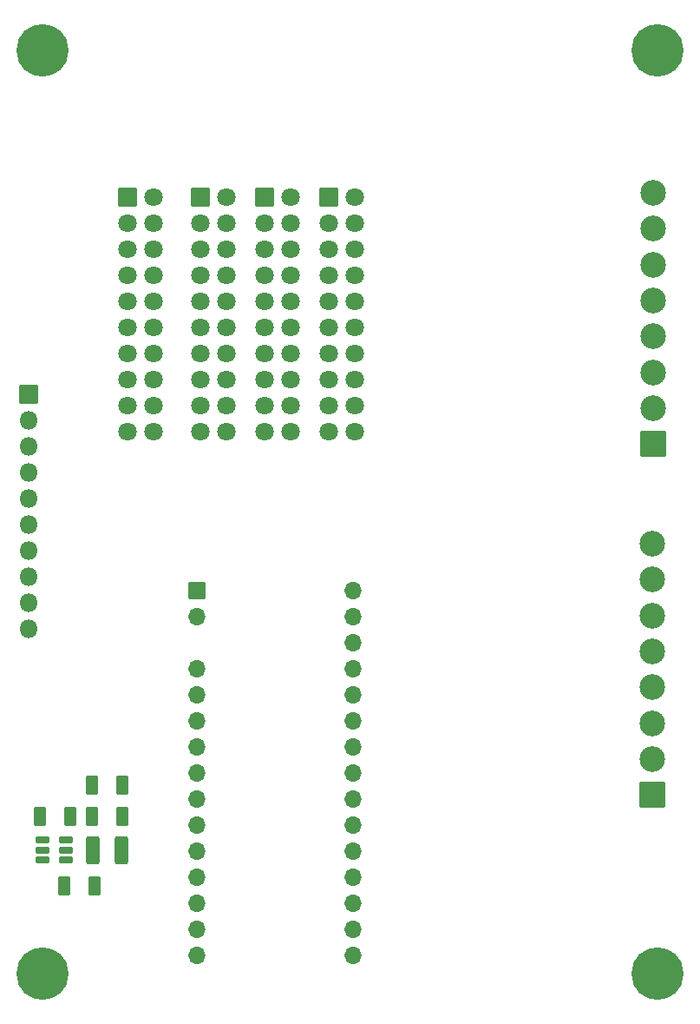
<source format=gbr>
%TF.GenerationSoftware,KiCad,Pcbnew,9.0.1*%
%TF.CreationDate,2025-05-07T10:28:51-04:00*%
%TF.ProjectId,BREAD_Slice_connProto,42524541-445f-4536-9c69-63655f636f6e,rev?*%
%TF.SameCoordinates,PX74eba40PY8552dc0*%
%TF.FileFunction,Soldermask,Bot*%
%TF.FilePolarity,Negative*%
%FSLAX46Y46*%
G04 Gerber Fmt 4.6, Leading zero omitted, Abs format (unit mm)*
G04 Created by KiCad (PCBNEW 9.0.1) date 2025-05-07 10:28:51*
%MOMM*%
%LPD*%
G01*
G04 APERTURE LIST*
G04 Aperture macros list*
%AMRoundRect*
0 Rectangle with rounded corners*
0 $1 Rounding radius*
0 $2 $3 $4 $5 $6 $7 $8 $9 X,Y pos of 4 corners*
0 Add a 4 corners polygon primitive as box body*
4,1,4,$2,$3,$4,$5,$6,$7,$8,$9,$2,$3,0*
0 Add four circle primitives for the rounded corners*
1,1,$1+$1,$2,$3*
1,1,$1+$1,$4,$5*
1,1,$1+$1,$6,$7*
1,1,$1+$1,$8,$9*
0 Add four rect primitives between the rounded corners*
20,1,$1+$1,$2,$3,$4,$5,0*
20,1,$1+$1,$4,$5,$6,$7,0*
20,1,$1+$1,$6,$7,$8,$9,0*
20,1,$1+$1,$8,$9,$2,$3,0*%
G04 Aperture macros list end*
%ADD10C,5.100000*%
%ADD11RoundRect,0.050000X-0.800000X-0.800000X0.800000X-0.800000X0.800000X0.800000X-0.800000X0.800000X0*%
%ADD12O,1.700000X1.700000*%
%ADD13RoundRect,0.050000X-0.850000X-0.850000X0.850000X-0.850000X0.850000X0.850000X-0.850000X0.850000X0*%
%ADD14O,1.800000X1.800000*%
%ADD15RoundRect,0.050000X1.200000X-1.200000X1.200000X1.200000X-1.200000X1.200000X-1.200000X-1.200000X0*%
%ADD16C,2.500000*%
%ADD17C,1.800000*%
%ADD18RoundRect,0.271739X0.353261X0.678261X-0.353261X0.678261X-0.353261X-0.678261X0.353261X-0.678261X0*%
%ADD19RoundRect,0.175000X-0.537500X-0.175000X0.537500X-0.175000X0.537500X0.175000X-0.537500X0.175000X0*%
%ADD20RoundRect,0.271739X-0.353261X-0.678261X0.353261X-0.678261X0.353261X0.678261X-0.353261X0.678261X0*%
%ADD21RoundRect,0.270000X-0.405000X-1.105000X0.405000X-1.105000X0.405000X1.105000X-0.405000X1.105000X0*%
G04 APERTURE END LIST*
D10*
%TO.C,H1*%
X5000000Y95000000D03*
%TD*%
%TO.C,H3*%
X65000000Y95000000D03*
%TD*%
%TO.C,H2*%
X5000000Y5000000D03*
%TD*%
%TO.C,H4*%
X65000000Y5000000D03*
%TD*%
D11*
%TO.C,A1*%
X20010000Y42360000D03*
D12*
X20010000Y39820000D03*
X20010000Y34740000D03*
X20010000Y32200000D03*
X20010000Y29660000D03*
X20010000Y27120000D03*
X20010000Y24580000D03*
X20010000Y22040000D03*
X20010000Y19500000D03*
X20010000Y16960000D03*
X20010000Y14420000D03*
X20010000Y11880000D03*
X20010000Y9340000D03*
X20010000Y6800000D03*
X35250000Y6800000D03*
X35250000Y9340000D03*
X35250000Y11880000D03*
X35250000Y14420000D03*
X35250000Y16960000D03*
X35250000Y19500000D03*
X35250000Y22040000D03*
X35250000Y24580000D03*
X35250000Y27120000D03*
X35250000Y29660000D03*
X35250000Y32200000D03*
X35250000Y34740000D03*
X35250000Y37280000D03*
X35250000Y39820000D03*
X35250000Y42360000D03*
%TD*%
D13*
%TO.C,J1*%
X3600000Y61450000D03*
D14*
X3600000Y58910000D03*
X3600000Y56370000D03*
X3600000Y53830000D03*
X3600000Y51290000D03*
X3600000Y48750000D03*
X3600000Y46210000D03*
X3600000Y43670000D03*
X3600000Y41130000D03*
X3600000Y38590000D03*
%TD*%
D15*
%TO.C,J3*%
X64500000Y22400000D03*
D16*
X64500000Y25900000D03*
X64500000Y29400000D03*
X64500000Y32900000D03*
X64500000Y36400000D03*
X64500000Y39900000D03*
X64500000Y43400000D03*
X64500000Y46900000D03*
%TD*%
D13*
%TO.C,J6*%
X32950000Y80710000D03*
D17*
X35490000Y80710000D03*
X32950000Y78170000D03*
X35490000Y78170000D03*
X32950000Y75630000D03*
X35490000Y75630000D03*
X32950000Y73090000D03*
X35490000Y73090000D03*
X32950000Y70550000D03*
X35490000Y70550000D03*
X32950000Y68010000D03*
X35490000Y68010000D03*
X32950000Y65470000D03*
X35490000Y65470000D03*
X32950000Y62930000D03*
X35490000Y62930000D03*
X32950000Y60390000D03*
X35490000Y60390000D03*
X32950000Y57850000D03*
X35490000Y57850000D03*
%TD*%
D15*
%TO.C,J2*%
X64600000Y56600000D03*
D16*
X64600000Y60100000D03*
X64600000Y63600000D03*
X64600000Y67100000D03*
X64600000Y70600000D03*
X64600000Y74100000D03*
X64600000Y77600000D03*
X64600000Y81100000D03*
%TD*%
D13*
%TO.C,J4*%
X13260000Y80660000D03*
D17*
X15800000Y80660000D03*
X13260000Y78120000D03*
X15800000Y78120000D03*
X13260000Y75580000D03*
X15800000Y75580000D03*
X13260000Y73040000D03*
X15800000Y73040000D03*
X13260000Y70500000D03*
X15800000Y70500000D03*
X13260000Y67960000D03*
X15800000Y67960000D03*
X13260000Y65420000D03*
X15800000Y65420000D03*
X13260000Y62880000D03*
X15800000Y62880000D03*
X13260000Y60340000D03*
X15800000Y60340000D03*
X13260000Y57800000D03*
X15800000Y57800000D03*
%TD*%
D13*
%TO.C,J5*%
X26650000Y80700000D03*
D17*
X29190000Y80700000D03*
X26650000Y78160000D03*
X29190000Y78160000D03*
X26650000Y75620000D03*
X29190000Y75620000D03*
X26650000Y73080000D03*
X29190000Y73080000D03*
X26650000Y70540000D03*
X29190000Y70540000D03*
X26650000Y68000000D03*
X29190000Y68000000D03*
X26650000Y65460000D03*
X29190000Y65460000D03*
X26650000Y62920000D03*
X29190000Y62920000D03*
X26650000Y60380000D03*
X29190000Y60380000D03*
X26650000Y57840000D03*
X29190000Y57840000D03*
%TD*%
D13*
%TO.C,J7*%
X20360000Y80710000D03*
D17*
X22900000Y80710000D03*
X20360000Y78170000D03*
X22900000Y78170000D03*
X20360000Y75630000D03*
X22900000Y75630000D03*
X20360000Y73090000D03*
X22900000Y73090000D03*
X20360000Y70550000D03*
X22900000Y70550000D03*
X20360000Y68010000D03*
X22900000Y68010000D03*
X20360000Y65470000D03*
X22900000Y65470000D03*
X20360000Y62930000D03*
X22900000Y62930000D03*
X20360000Y60390000D03*
X22900000Y60390000D03*
X20360000Y57850000D03*
X22900000Y57850000D03*
%TD*%
D18*
%TO.C,C1*%
X7675000Y20300000D03*
X4725000Y20300000D03*
%TD*%
D19*
%TO.C,U1*%
X5012500Y16095000D03*
X5012500Y17045000D03*
X5012500Y17995000D03*
X7287500Y17995000D03*
X7287500Y17045000D03*
X7287500Y16095000D03*
%TD*%
D18*
%TO.C,C2*%
X10025000Y13545000D03*
X7075000Y13545000D03*
%TD*%
D20*
%TO.C,C3*%
X9775000Y20345000D03*
X12725000Y20345000D03*
%TD*%
%TO.C,C4*%
X9775000Y23345000D03*
X12725000Y23345000D03*
%TD*%
D21*
%TO.C,L1*%
X9850000Y17045000D03*
X12650000Y17045000D03*
%TD*%
M02*

</source>
